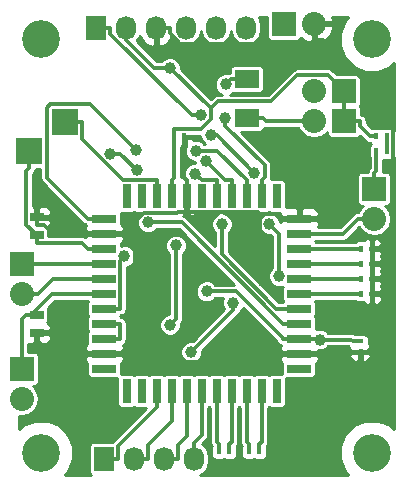
<source format=gtl>
%FSLAX34Y34*%
G04 Gerber Fmt 3.4, Leading zero omitted, Abs format*
G04 (created by PCBNEW (2014-04-07 BZR 4791)-product) date Tue 13 May 2014 05:19:37 PM CEST*
%MOIN*%
G01*
G70*
G90*
G04 APERTURE LIST*
%ADD10C,0.005906*%
%ADD11R,0.015700X0.023600*%
%ADD12R,0.023600X0.015700*%
%ADD13R,0.045000X0.025000*%
%ADD14R,0.080000X0.060000*%
%ADD15R,0.080000X0.080000*%
%ADD16O,0.080000X0.080000*%
%ADD17R,0.088000X0.088000*%
%ADD18R,0.068000X0.080000*%
%ADD19O,0.068000X0.080000*%
%ADD20C,0.126000*%
%ADD21R,0.080000X0.030000*%
%ADD22R,0.030000X0.080000*%
%ADD23C,0.039370*%
%ADD24C,0.011811*%
%ADD25C,0.010000*%
G04 APERTURE END LIST*
G54D10*
G54D11*
X59073Y-40500D03*
X59427Y-40500D03*
X60073Y-40500D03*
X60427Y-40500D03*
G54D12*
X63779Y-36830D03*
X63779Y-37184D03*
G54D11*
X63823Y-35250D03*
X64177Y-35250D03*
X63823Y-34750D03*
X64177Y-34750D03*
X63823Y-34250D03*
X64177Y-34250D03*
X63823Y-33750D03*
X64177Y-33750D03*
X57573Y-30000D03*
X57927Y-30000D03*
G54D13*
X53000Y-33300D03*
X53000Y-32700D03*
X53000Y-35950D03*
X53000Y-36550D03*
G54D14*
X60000Y-29400D03*
X60000Y-28100D03*
G54D15*
X52500Y-34250D03*
G54D16*
X52500Y-35250D03*
G54D15*
X63250Y-29500D03*
G54D16*
X62250Y-29500D03*
G54D15*
X52500Y-37750D03*
G54D16*
X52500Y-38750D03*
G54D17*
X52750Y-30500D03*
G54D18*
X55250Y-40750D03*
G54D19*
X56250Y-40750D03*
X57250Y-40750D03*
X58250Y-40750D03*
G54D18*
X54980Y-26377D03*
G54D19*
X55980Y-26377D03*
X56980Y-26377D03*
X57980Y-26377D03*
X58980Y-26377D03*
X59980Y-26377D03*
G54D15*
X64250Y-31750D03*
G54D16*
X64250Y-32750D03*
G54D17*
X53937Y-29527D03*
G54D15*
X63250Y-28500D03*
G54D16*
X62250Y-28500D03*
G54D15*
X61250Y-26250D03*
G54D16*
X62250Y-26250D03*
G54D20*
X53149Y-26771D03*
X64173Y-40551D03*
X64173Y-26771D03*
X53149Y-40551D03*
G54D11*
X64323Y-30000D03*
X64677Y-30000D03*
X64677Y-30500D03*
X64323Y-30500D03*
G54D21*
X55250Y-35250D03*
X55250Y-35750D03*
X55250Y-36250D03*
X55250Y-36750D03*
X55250Y-37250D03*
X55250Y-37750D03*
G54D22*
X56000Y-38500D03*
X56500Y-38500D03*
X57000Y-38500D03*
X57500Y-38500D03*
X58000Y-38500D03*
X58500Y-38500D03*
X59000Y-38500D03*
X59500Y-38500D03*
X60000Y-38500D03*
X60500Y-38500D03*
X61000Y-38500D03*
G54D21*
X61750Y-37750D03*
X61750Y-37250D03*
X61750Y-36750D03*
X61750Y-36250D03*
X61750Y-35750D03*
X61750Y-35250D03*
X61750Y-34750D03*
X61750Y-34250D03*
X61750Y-33750D03*
X61750Y-33250D03*
X61750Y-32750D03*
G54D22*
X61000Y-32000D03*
X60500Y-32000D03*
X60000Y-32000D03*
X59500Y-32000D03*
X59000Y-32000D03*
X58500Y-32000D03*
X58000Y-32000D03*
X57500Y-32000D03*
X57000Y-32000D03*
X56500Y-32000D03*
X56000Y-32000D03*
G54D21*
X55250Y-32750D03*
X55250Y-33250D03*
X55250Y-33750D03*
X55250Y-34250D03*
X55250Y-34750D03*
G54D23*
X58668Y-35170D03*
X62438Y-36777D03*
X57442Y-27718D03*
X58644Y-30823D03*
X55927Y-34005D03*
X55459Y-30581D03*
X56332Y-31131D03*
X58281Y-31243D03*
X58468Y-29303D03*
X60261Y-31213D03*
X58820Y-29962D03*
X56325Y-30474D03*
X59288Y-29378D03*
X58303Y-30481D03*
X56721Y-32872D03*
X59180Y-32922D03*
X56263Y-35030D03*
X60555Y-34836D03*
X57639Y-33641D03*
X57440Y-36295D03*
X59302Y-28270D03*
X59557Y-35547D03*
X58159Y-37191D03*
X60760Y-32932D03*
X61079Y-34667D03*
G54D24*
X57572Y-31396D02*
X57572Y-30248D01*
X57500Y-31469D02*
X57572Y-31396D01*
X57500Y-32000D02*
X57500Y-31469D01*
X57572Y-30124D02*
X57572Y-30248D01*
X59660Y-35170D02*
X58668Y-35170D01*
X61219Y-36729D02*
X59660Y-35170D01*
X61219Y-36750D02*
X61219Y-36729D01*
X61750Y-36750D02*
X61219Y-36750D01*
X61750Y-36750D02*
X62280Y-36750D01*
X62307Y-36777D02*
X62438Y-36777D01*
X62280Y-36750D02*
X62307Y-36777D01*
X63478Y-36777D02*
X63531Y-36830D01*
X62438Y-36777D02*
X63478Y-36777D01*
X63779Y-36830D02*
X63531Y-36830D01*
X55980Y-26780D02*
X55980Y-26377D01*
X56918Y-27718D02*
X55980Y-26780D01*
X57442Y-27718D02*
X56918Y-27718D01*
X57572Y-30124D02*
X57572Y-30000D01*
X57572Y-30000D02*
X57572Y-29751D01*
X58796Y-29441D02*
X58796Y-29073D01*
X58486Y-29751D02*
X58796Y-29441D01*
X57572Y-29751D02*
X58486Y-29751D01*
X58796Y-29073D02*
X57442Y-27718D01*
X59032Y-28836D02*
X58796Y-29073D01*
X60818Y-28836D02*
X59032Y-28836D01*
X61685Y-27969D02*
X60818Y-28836D01*
X62719Y-27969D02*
X61685Y-27969D01*
X63250Y-28500D02*
X62719Y-27969D01*
X64322Y-30000D02*
X64114Y-30000D01*
X63250Y-28500D02*
X63250Y-29500D01*
X63780Y-29665D02*
X64114Y-30000D01*
X63780Y-29500D02*
X63780Y-29665D01*
X63250Y-29500D02*
X63780Y-29500D01*
X59500Y-32000D02*
X59500Y-31469D01*
X59290Y-31469D02*
X58644Y-30823D01*
X59500Y-31469D02*
X59290Y-31469D01*
X55250Y-35750D02*
X55780Y-35750D01*
X55780Y-34152D02*
X55927Y-34005D01*
X55780Y-35750D02*
X55780Y-34152D01*
X55782Y-30581D02*
X55459Y-30581D01*
X56332Y-31131D02*
X55782Y-30581D01*
X59000Y-32000D02*
X59000Y-31469D01*
X58507Y-31469D02*
X58281Y-31243D01*
X59000Y-31469D02*
X58507Y-31469D01*
X54980Y-26377D02*
X55450Y-26377D01*
X55450Y-26583D02*
X55450Y-26377D01*
X58170Y-29303D02*
X55450Y-26583D01*
X58468Y-29303D02*
X58170Y-29303D01*
X59011Y-29962D02*
X58820Y-29962D01*
X60261Y-31213D02*
X59011Y-29962D01*
X55250Y-32750D02*
X54719Y-32750D01*
X54789Y-28937D02*
X56325Y-30474D01*
X53461Y-28937D02*
X54789Y-28937D01*
X53346Y-29052D02*
X53461Y-28937D01*
X53346Y-31376D02*
X53346Y-29052D01*
X54719Y-32750D02*
X53346Y-31376D01*
X60500Y-32000D02*
X60500Y-31469D01*
X59288Y-29650D02*
X59288Y-29378D01*
X60599Y-30962D02*
X59288Y-29650D01*
X60599Y-31370D02*
X60599Y-30962D01*
X60500Y-31469D02*
X60599Y-31370D01*
X60000Y-32000D02*
X60000Y-31469D01*
X59011Y-30481D02*
X58303Y-30481D01*
X60000Y-31469D02*
X59011Y-30481D01*
X57836Y-32872D02*
X56721Y-32872D01*
X61214Y-36250D02*
X57836Y-32872D01*
X61750Y-36250D02*
X61214Y-36250D01*
X61750Y-35750D02*
X61219Y-35750D01*
X60988Y-35750D02*
X61219Y-35750D01*
X59180Y-33942D02*
X60988Y-35750D01*
X59180Y-32922D02*
X59180Y-33942D01*
X57927Y-30000D02*
X57927Y-30248D01*
X53000Y-32700D02*
X53000Y-32955D01*
X64177Y-34250D02*
X64177Y-34750D01*
X64177Y-34750D02*
X64177Y-35250D01*
X53444Y-37250D02*
X53000Y-36805D01*
X55250Y-37250D02*
X53444Y-37250D01*
X53000Y-36550D02*
X53000Y-36805D01*
X64177Y-34250D02*
X64177Y-33750D01*
X62547Y-26780D02*
X62250Y-26780D01*
X64885Y-29118D02*
X62547Y-26780D01*
X64885Y-33249D02*
X64885Y-29118D01*
X64385Y-33750D02*
X64885Y-33249D01*
X64177Y-33750D02*
X64385Y-33750D01*
X58000Y-31734D02*
X58000Y-31469D01*
X57927Y-31396D02*
X58000Y-31469D01*
X57927Y-30248D02*
X57927Y-31396D01*
X64177Y-37035D02*
X64177Y-35250D01*
X64027Y-37184D02*
X64177Y-37035D01*
X63779Y-37184D02*
X64027Y-37184D01*
X61750Y-32750D02*
X61219Y-32750D01*
X55250Y-37250D02*
X55780Y-37250D01*
X56263Y-36766D02*
X55780Y-37250D01*
X56263Y-35030D02*
X56263Y-36766D01*
X53550Y-33250D02*
X55250Y-33250D01*
X53255Y-32955D02*
X53550Y-33250D01*
X53000Y-32955D02*
X53255Y-32955D01*
X55250Y-33250D02*
X55780Y-33250D01*
X58000Y-31734D02*
X58000Y-32000D01*
X58000Y-32000D02*
X58000Y-32530D01*
X63779Y-37184D02*
X63531Y-37184D01*
X60949Y-37520D02*
X61219Y-37250D01*
X57017Y-37520D02*
X60949Y-37520D01*
X56263Y-36766D02*
X57017Y-37520D01*
X63466Y-37250D02*
X63531Y-37184D01*
X61750Y-37250D02*
X63466Y-37250D01*
X61750Y-37250D02*
X61219Y-37250D01*
X56585Y-32545D02*
X55830Y-33300D01*
X57688Y-32545D02*
X56585Y-32545D01*
X57703Y-32530D02*
X57688Y-32545D01*
X58000Y-32530D02*
X57703Y-32530D01*
X55780Y-33250D02*
X55830Y-33300D01*
X56263Y-33733D02*
X56263Y-35030D01*
X55830Y-33300D02*
X56263Y-33733D01*
X60367Y-32530D02*
X58000Y-32530D01*
X60433Y-32595D02*
X60367Y-32530D01*
X61065Y-32595D02*
X60433Y-32595D01*
X61219Y-32750D02*
X61065Y-32595D01*
X60433Y-34714D02*
X60555Y-34836D01*
X60433Y-32595D02*
X60433Y-34714D01*
X62250Y-26250D02*
X62250Y-26732D01*
X62250Y-26732D02*
X62250Y-26780D01*
X57450Y-26572D02*
X57450Y-26377D01*
X57791Y-26914D02*
X57450Y-26572D01*
X62115Y-26914D02*
X57791Y-26914D01*
X62250Y-26780D02*
X62115Y-26914D01*
X56980Y-26377D02*
X57450Y-26377D01*
X59000Y-40178D02*
X59072Y-40251D01*
X59000Y-38500D02*
X59000Y-40178D01*
X59072Y-40500D02*
X59072Y-40251D01*
X59500Y-40178D02*
X59427Y-40251D01*
X59500Y-38500D02*
X59500Y-40178D01*
X59427Y-40500D02*
X59427Y-40251D01*
X60000Y-40178D02*
X60072Y-40251D01*
X60000Y-38500D02*
X60000Y-40178D01*
X60072Y-40500D02*
X60072Y-40251D01*
X60500Y-40178D02*
X60427Y-40251D01*
X60500Y-38500D02*
X60500Y-40178D01*
X60427Y-40500D02*
X60427Y-40251D01*
X63822Y-35250D02*
X63614Y-35250D01*
X61750Y-35250D02*
X62280Y-35250D01*
X63614Y-35250D02*
X62280Y-35250D01*
X61750Y-34750D02*
X63822Y-34750D01*
X61750Y-34250D02*
X63822Y-34250D01*
X61750Y-33750D02*
X63822Y-33750D01*
X55250Y-34250D02*
X52500Y-34250D01*
X53530Y-34750D02*
X53030Y-35250D01*
X55250Y-34750D02*
X53530Y-34750D01*
X52500Y-35250D02*
X53030Y-35250D01*
X52750Y-30500D02*
X52750Y-31070D01*
X54525Y-33555D02*
X54719Y-33750D01*
X53000Y-33555D02*
X54525Y-33555D01*
X52644Y-32944D02*
X53000Y-33300D01*
X52644Y-31175D02*
X52644Y-32944D01*
X52750Y-31070D02*
X52644Y-31175D01*
X53000Y-33300D02*
X53000Y-33555D01*
X55250Y-33750D02*
X54719Y-33750D01*
X52500Y-36094D02*
X52644Y-35950D01*
X52500Y-37219D02*
X52500Y-36094D01*
X52500Y-37750D02*
X52500Y-37219D01*
X53000Y-35950D02*
X52822Y-35950D01*
X52822Y-35950D02*
X52644Y-35950D01*
X53522Y-35250D02*
X52822Y-35950D01*
X54719Y-35250D02*
X53522Y-35250D01*
X55250Y-35250D02*
X54719Y-35250D01*
X57639Y-36096D02*
X57639Y-33641D01*
X57440Y-36295D02*
X57639Y-36096D01*
X60000Y-29400D02*
X60530Y-29400D01*
X62250Y-29500D02*
X61719Y-29500D01*
X60630Y-29500D02*
X61719Y-29500D01*
X60530Y-29400D02*
X60630Y-29500D01*
X59469Y-28103D02*
X59302Y-28270D01*
X59469Y-28100D02*
X59469Y-28103D01*
X60000Y-28100D02*
X59469Y-28100D01*
X55720Y-40310D02*
X55720Y-40750D01*
X57000Y-39030D02*
X55720Y-40310D01*
X57000Y-38500D02*
X57000Y-39030D01*
X55250Y-40750D02*
X55720Y-40750D01*
X56720Y-40279D02*
X56720Y-40750D01*
X57500Y-39500D02*
X56720Y-40279D01*
X57500Y-38500D02*
X57500Y-39500D01*
X56250Y-40750D02*
X56720Y-40750D01*
X57720Y-40279D02*
X57720Y-40750D01*
X58000Y-40000D02*
X57720Y-40279D01*
X58000Y-38500D02*
X58000Y-40000D01*
X57250Y-40750D02*
X57720Y-40750D01*
X58500Y-39969D02*
X58250Y-40219D01*
X58500Y-38500D02*
X58500Y-39969D01*
X58250Y-40750D02*
X58250Y-40219D01*
X64322Y-31146D02*
X64322Y-30500D01*
X64250Y-31219D02*
X64322Y-31146D01*
X64250Y-31750D02*
X64250Y-31219D01*
X63219Y-33250D02*
X63719Y-32750D01*
X61750Y-33250D02*
X63219Y-33250D01*
X64250Y-32750D02*
X63719Y-32750D01*
X54507Y-30097D02*
X54507Y-29527D01*
X55879Y-31469D02*
X54507Y-30097D01*
X57000Y-31469D02*
X55879Y-31469D01*
X57000Y-32000D02*
X57000Y-31469D01*
X53937Y-29527D02*
X54507Y-29527D01*
X64677Y-30500D02*
X64677Y-30000D01*
X59557Y-35793D02*
X59557Y-35547D01*
X58159Y-37191D02*
X59557Y-35793D01*
X61079Y-33251D02*
X60760Y-32932D01*
X61079Y-34667D02*
X61079Y-33251D01*
X55780Y-36750D02*
X55780Y-36250D01*
X55250Y-36750D02*
X55780Y-36750D01*
X55250Y-36250D02*
X55780Y-36250D01*
G54D10*
G36*
X58595Y-30254D02*
X58592Y-30254D01*
X58510Y-30171D01*
X58376Y-30116D01*
X58255Y-30116D01*
X58255Y-30112D01*
X58193Y-30050D01*
X57966Y-30050D01*
X57966Y-30305D01*
X57976Y-30316D01*
X57938Y-30408D01*
X57938Y-30553D01*
X57993Y-30687D01*
X58096Y-30790D01*
X58230Y-30846D01*
X58279Y-30846D01*
X58279Y-30878D01*
X58209Y-30878D01*
X58074Y-30934D01*
X57972Y-31036D01*
X57916Y-31170D01*
X57916Y-31316D01*
X57949Y-31397D01*
X57949Y-31412D01*
X57887Y-31350D01*
X57800Y-31350D01*
X57800Y-31350D01*
X57800Y-30368D01*
X57825Y-30368D01*
X57887Y-30305D01*
X57887Y-30050D01*
X57869Y-30050D01*
X57869Y-29979D01*
X58455Y-29979D01*
X58455Y-30035D01*
X58511Y-30169D01*
X58595Y-30254D01*
X58595Y-30254D01*
G37*
G54D25*
X58595Y-30254D02*
X58592Y-30254D01*
X58510Y-30171D01*
X58376Y-30116D01*
X58255Y-30116D01*
X58255Y-30112D01*
X58193Y-30050D01*
X57966Y-30050D01*
X57966Y-30305D01*
X57976Y-30316D01*
X57938Y-30408D01*
X57938Y-30553D01*
X57993Y-30687D01*
X58096Y-30790D01*
X58230Y-30846D01*
X58279Y-30846D01*
X58279Y-30878D01*
X58209Y-30878D01*
X58074Y-30934D01*
X57972Y-31036D01*
X57916Y-31170D01*
X57916Y-31316D01*
X57949Y-31397D01*
X57949Y-31412D01*
X57887Y-31350D01*
X57800Y-31350D01*
X57800Y-31350D01*
X57800Y-30368D01*
X57825Y-30368D01*
X57887Y-30305D01*
X57887Y-30050D01*
X57869Y-30050D01*
X57869Y-29979D01*
X58455Y-29979D01*
X58455Y-30035D01*
X58511Y-30169D01*
X58595Y-30254D01*
G54D10*
G36*
X59082Y-32568D02*
X58974Y-32612D01*
X58871Y-32715D01*
X58815Y-32849D01*
X58815Y-32994D01*
X58871Y-33128D01*
X58953Y-33211D01*
X58953Y-33667D01*
X57997Y-32711D01*
X57923Y-32662D01*
X57862Y-32650D01*
X57887Y-32650D01*
X57950Y-32587D01*
X57950Y-32050D01*
X57942Y-32050D01*
X57942Y-31950D01*
X57950Y-31950D01*
X57950Y-31942D01*
X58050Y-31942D01*
X58050Y-31950D01*
X58057Y-31950D01*
X58057Y-32050D01*
X58050Y-32050D01*
X58050Y-32587D01*
X58112Y-32650D01*
X58199Y-32650D01*
X58291Y-32611D01*
X58335Y-32568D01*
X58383Y-32568D01*
X58683Y-32568D01*
X58745Y-32542D01*
X58750Y-32537D01*
X58754Y-32542D01*
X58816Y-32568D01*
X58883Y-32568D01*
X59082Y-32568D01*
X59082Y-32568D01*
G37*
G54D25*
X59082Y-32568D02*
X58974Y-32612D01*
X58871Y-32715D01*
X58815Y-32849D01*
X58815Y-32994D01*
X58871Y-33128D01*
X58953Y-33211D01*
X58953Y-33667D01*
X57997Y-32711D01*
X57923Y-32662D01*
X57862Y-32650D01*
X57887Y-32650D01*
X57950Y-32587D01*
X57950Y-32050D01*
X57942Y-32050D01*
X57942Y-31950D01*
X57950Y-31950D01*
X57950Y-31942D01*
X58050Y-31942D01*
X58050Y-31950D01*
X58057Y-31950D01*
X58057Y-32050D01*
X58050Y-32050D01*
X58050Y-32587D01*
X58112Y-32650D01*
X58199Y-32650D01*
X58291Y-32611D01*
X58335Y-32568D01*
X58383Y-32568D01*
X58683Y-32568D01*
X58745Y-32542D01*
X58750Y-32537D01*
X58754Y-32542D01*
X58816Y-32568D01*
X58883Y-32568D01*
X59082Y-32568D01*
G54D10*
G36*
X61212Y-35500D02*
X61207Y-35504D01*
X61200Y-35522D01*
X61082Y-35522D01*
X59408Y-33848D01*
X59408Y-33211D01*
X59490Y-33129D01*
X59545Y-32995D01*
X59545Y-32850D01*
X59490Y-32715D01*
X59387Y-32613D01*
X59253Y-32557D01*
X59209Y-32557D01*
X59245Y-32542D01*
X59250Y-32537D01*
X59254Y-32542D01*
X59316Y-32568D01*
X59383Y-32568D01*
X59683Y-32568D01*
X59745Y-32542D01*
X59750Y-32537D01*
X59754Y-32542D01*
X59816Y-32568D01*
X59883Y-32568D01*
X60183Y-32568D01*
X60245Y-32542D01*
X60250Y-32537D01*
X60254Y-32542D01*
X60316Y-32568D01*
X60383Y-32568D01*
X60683Y-32568D01*
X60745Y-32542D01*
X60750Y-32537D01*
X60754Y-32542D01*
X60814Y-32567D01*
X60687Y-32567D01*
X60553Y-32622D01*
X60450Y-32725D01*
X60395Y-32859D01*
X60394Y-33004D01*
X60450Y-33138D01*
X60552Y-33241D01*
X60687Y-33297D01*
X60803Y-33297D01*
X60852Y-33345D01*
X60852Y-34378D01*
X60770Y-34460D01*
X60714Y-34594D01*
X60714Y-34739D01*
X60769Y-34873D01*
X60872Y-34976D01*
X61006Y-35032D01*
X61151Y-35032D01*
X61205Y-35010D01*
X61181Y-35066D01*
X61181Y-35133D01*
X61181Y-35433D01*
X61207Y-35495D01*
X61212Y-35500D01*
X61212Y-35500D01*
G37*
G54D25*
X61212Y-35500D02*
X61207Y-35504D01*
X61200Y-35522D01*
X61082Y-35522D01*
X59408Y-33848D01*
X59408Y-33211D01*
X59490Y-33129D01*
X59545Y-32995D01*
X59545Y-32850D01*
X59490Y-32715D01*
X59387Y-32613D01*
X59253Y-32557D01*
X59209Y-32557D01*
X59245Y-32542D01*
X59250Y-32537D01*
X59254Y-32542D01*
X59316Y-32568D01*
X59383Y-32568D01*
X59683Y-32568D01*
X59745Y-32542D01*
X59750Y-32537D01*
X59754Y-32542D01*
X59816Y-32568D01*
X59883Y-32568D01*
X60183Y-32568D01*
X60245Y-32542D01*
X60250Y-32537D01*
X60254Y-32542D01*
X60316Y-32568D01*
X60383Y-32568D01*
X60683Y-32568D01*
X60745Y-32542D01*
X60750Y-32537D01*
X60754Y-32542D01*
X60814Y-32567D01*
X60687Y-32567D01*
X60553Y-32622D01*
X60450Y-32725D01*
X60395Y-32859D01*
X60394Y-33004D01*
X60450Y-33138D01*
X60552Y-33241D01*
X60687Y-33297D01*
X60803Y-33297D01*
X60852Y-33345D01*
X60852Y-34378D01*
X60770Y-34460D01*
X60714Y-34594D01*
X60714Y-34739D01*
X60769Y-34873D01*
X60872Y-34976D01*
X61006Y-35032D01*
X61151Y-35032D01*
X61205Y-35010D01*
X61181Y-35066D01*
X61181Y-35133D01*
X61181Y-35433D01*
X61207Y-35495D01*
X61212Y-35500D01*
G54D10*
G36*
X64138Y-30250D02*
X64101Y-30286D01*
X64076Y-30348D01*
X64076Y-30415D01*
X64076Y-30651D01*
X64095Y-30698D01*
X64095Y-31052D01*
X64089Y-31059D01*
X64040Y-31133D01*
X64030Y-31181D01*
X63816Y-31181D01*
X63754Y-31207D01*
X63707Y-31254D01*
X63681Y-31316D01*
X63681Y-31383D01*
X63681Y-32183D01*
X63707Y-32245D01*
X63754Y-32292D01*
X63816Y-32318D01*
X63876Y-32318D01*
X63848Y-32337D01*
X63725Y-32521D01*
X63724Y-32522D01*
X63719Y-32522D01*
X63633Y-32540D01*
X63559Y-32589D01*
X63559Y-32589D01*
X63125Y-33022D01*
X62369Y-33022D01*
X62400Y-32949D01*
X62400Y-32862D01*
X62400Y-32637D01*
X62400Y-32550D01*
X62361Y-32458D01*
X62291Y-32388D01*
X62199Y-32350D01*
X61862Y-32350D01*
X61800Y-32412D01*
X61800Y-32700D01*
X62337Y-32700D01*
X62400Y-32637D01*
X62400Y-32862D01*
X62337Y-32800D01*
X61800Y-32800D01*
X61800Y-32807D01*
X61700Y-32807D01*
X61700Y-32800D01*
X61162Y-32800D01*
X61118Y-32844D01*
X61069Y-32725D01*
X60967Y-32622D01*
X60834Y-32568D01*
X60883Y-32568D01*
X61100Y-32568D01*
X61100Y-32637D01*
X61162Y-32700D01*
X61700Y-32700D01*
X61700Y-32412D01*
X61637Y-32350D01*
X61318Y-32350D01*
X61318Y-31566D01*
X61292Y-31504D01*
X61245Y-31457D01*
X61183Y-31431D01*
X61116Y-31431D01*
X60816Y-31431D01*
X60814Y-31432D01*
X60827Y-31370D01*
X60827Y-31370D01*
X60827Y-31370D01*
X60827Y-30962D01*
X60827Y-30962D01*
X60827Y-30962D01*
X60809Y-30875D01*
X60760Y-30801D01*
X60760Y-30801D01*
X60760Y-30801D01*
X59826Y-29868D01*
X60433Y-29868D01*
X60495Y-29842D01*
X60542Y-29795D01*
X60568Y-29733D01*
X60568Y-29714D01*
X60630Y-29727D01*
X61719Y-29727D01*
X61720Y-29727D01*
X61837Y-29901D01*
X62021Y-30024D01*
X62238Y-30068D01*
X62261Y-30068D01*
X62478Y-30024D01*
X62662Y-29901D01*
X62681Y-29873D01*
X62681Y-29933D01*
X62707Y-29995D01*
X62754Y-30042D01*
X62816Y-30068D01*
X62883Y-30068D01*
X63683Y-30068D01*
X63745Y-30042D01*
X63790Y-29997D01*
X63953Y-30160D01*
X64027Y-30209D01*
X64114Y-30227D01*
X64114Y-30227D01*
X64114Y-30227D01*
X64115Y-30227D01*
X64138Y-30250D01*
X64138Y-30250D01*
G37*
G54D25*
X64138Y-30250D02*
X64101Y-30286D01*
X64076Y-30348D01*
X64076Y-30415D01*
X64076Y-30651D01*
X64095Y-30698D01*
X64095Y-31052D01*
X64089Y-31059D01*
X64040Y-31133D01*
X64030Y-31181D01*
X63816Y-31181D01*
X63754Y-31207D01*
X63707Y-31254D01*
X63681Y-31316D01*
X63681Y-31383D01*
X63681Y-32183D01*
X63707Y-32245D01*
X63754Y-32292D01*
X63816Y-32318D01*
X63876Y-32318D01*
X63848Y-32337D01*
X63725Y-32521D01*
X63724Y-32522D01*
X63719Y-32522D01*
X63633Y-32540D01*
X63559Y-32589D01*
X63559Y-32589D01*
X63125Y-33022D01*
X62369Y-33022D01*
X62400Y-32949D01*
X62400Y-32862D01*
X62400Y-32637D01*
X62400Y-32550D01*
X62361Y-32458D01*
X62291Y-32388D01*
X62199Y-32350D01*
X61862Y-32350D01*
X61800Y-32412D01*
X61800Y-32700D01*
X62337Y-32700D01*
X62400Y-32637D01*
X62400Y-32862D01*
X62337Y-32800D01*
X61800Y-32800D01*
X61800Y-32807D01*
X61700Y-32807D01*
X61700Y-32800D01*
X61162Y-32800D01*
X61118Y-32844D01*
X61069Y-32725D01*
X60967Y-32622D01*
X60834Y-32568D01*
X60883Y-32568D01*
X61100Y-32568D01*
X61100Y-32637D01*
X61162Y-32700D01*
X61700Y-32700D01*
X61700Y-32412D01*
X61637Y-32350D01*
X61318Y-32350D01*
X61318Y-31566D01*
X61292Y-31504D01*
X61245Y-31457D01*
X61183Y-31431D01*
X61116Y-31431D01*
X60816Y-31431D01*
X60814Y-31432D01*
X60827Y-31370D01*
X60827Y-31370D01*
X60827Y-31370D01*
X60827Y-30962D01*
X60827Y-30962D01*
X60827Y-30962D01*
X60809Y-30875D01*
X60760Y-30801D01*
X60760Y-30801D01*
X60760Y-30801D01*
X59826Y-29868D01*
X60433Y-29868D01*
X60495Y-29842D01*
X60542Y-29795D01*
X60568Y-29733D01*
X60568Y-29714D01*
X60630Y-29727D01*
X61719Y-29727D01*
X61720Y-29727D01*
X61837Y-29901D01*
X62021Y-30024D01*
X62238Y-30068D01*
X62261Y-30068D01*
X62478Y-30024D01*
X62662Y-29901D01*
X62681Y-29873D01*
X62681Y-29933D01*
X62707Y-29995D01*
X62754Y-30042D01*
X62816Y-30068D01*
X62883Y-30068D01*
X63683Y-30068D01*
X63745Y-30042D01*
X63790Y-29997D01*
X63953Y-30160D01*
X64027Y-30209D01*
X64114Y-30227D01*
X64114Y-30227D01*
X64114Y-30227D01*
X64115Y-30227D01*
X64138Y-30250D01*
G54D10*
G36*
X64910Y-29817D02*
X64898Y-29786D01*
X64850Y-29739D01*
X64788Y-29713D01*
X64722Y-29713D01*
X64565Y-29713D01*
X64503Y-29739D01*
X64500Y-29742D01*
X64496Y-29739D01*
X64434Y-29713D01*
X64368Y-29713D01*
X64211Y-29713D01*
X64167Y-29731D01*
X64007Y-29571D01*
X64007Y-29500D01*
X63989Y-29413D01*
X63940Y-29339D01*
X63866Y-29290D01*
X63818Y-29280D01*
X63818Y-29066D01*
X63792Y-29004D01*
X63787Y-29000D01*
X63792Y-28995D01*
X63818Y-28933D01*
X63818Y-28866D01*
X63818Y-28066D01*
X63792Y-28004D01*
X63745Y-27957D01*
X63683Y-27931D01*
X63616Y-27931D01*
X63003Y-27931D01*
X62882Y-27811D01*
X62882Y-26400D01*
X62835Y-26300D01*
X62300Y-26300D01*
X62300Y-26835D01*
X62400Y-26882D01*
X62631Y-26776D01*
X62803Y-26590D01*
X62882Y-26400D01*
X62882Y-27811D01*
X62880Y-27809D01*
X62806Y-27760D01*
X62719Y-27742D01*
X62719Y-27742D01*
X61685Y-27742D01*
X61598Y-27760D01*
X61568Y-27779D01*
X61524Y-27809D01*
X61524Y-27809D01*
X60724Y-28609D01*
X59438Y-28609D01*
X59509Y-28580D01*
X59534Y-28554D01*
X59566Y-28568D01*
X59633Y-28568D01*
X60433Y-28568D01*
X60495Y-28542D01*
X60542Y-28495D01*
X60568Y-28433D01*
X60568Y-28366D01*
X60568Y-27766D01*
X60542Y-27704D01*
X60495Y-27657D01*
X60433Y-27631D01*
X60366Y-27631D01*
X59566Y-27631D01*
X59504Y-27657D01*
X59457Y-27704D01*
X59431Y-27766D01*
X59431Y-27833D01*
X59431Y-27880D01*
X59383Y-27890D01*
X59359Y-27905D01*
X59230Y-27905D01*
X59096Y-27961D01*
X58993Y-28063D01*
X58938Y-28197D01*
X58937Y-28342D01*
X58993Y-28477D01*
X59095Y-28579D01*
X59167Y-28609D01*
X59032Y-28609D01*
X59032Y-28609D01*
X58945Y-28626D01*
X58871Y-28676D01*
X58871Y-28676D01*
X58796Y-28751D01*
X57806Y-27762D01*
X57807Y-27646D01*
X57751Y-27512D01*
X57649Y-27409D01*
X57514Y-27353D01*
X57369Y-27353D01*
X57235Y-27409D01*
X57153Y-27491D01*
X57012Y-27491D01*
X56333Y-26812D01*
X56339Y-26808D01*
X56442Y-26654D01*
X56471Y-26737D01*
X56625Y-26909D01*
X56832Y-27009D01*
X56838Y-27010D01*
X56930Y-26963D01*
X56930Y-26427D01*
X56922Y-26427D01*
X56922Y-26327D01*
X56930Y-26327D01*
X56930Y-26320D01*
X57030Y-26320D01*
X57030Y-26327D01*
X57038Y-26327D01*
X57038Y-26427D01*
X57030Y-26427D01*
X57030Y-26963D01*
X57121Y-27010D01*
X57127Y-27009D01*
X57335Y-26909D01*
X57488Y-26737D01*
X57518Y-26654D01*
X57621Y-26808D01*
X57785Y-26918D01*
X57980Y-26957D01*
X58174Y-26918D01*
X58339Y-26808D01*
X58449Y-26643D01*
X58480Y-26489D01*
X58510Y-26643D01*
X58621Y-26808D01*
X58785Y-26918D01*
X58980Y-26957D01*
X59174Y-26918D01*
X59339Y-26808D01*
X59449Y-26643D01*
X59480Y-26489D01*
X59510Y-26643D01*
X59621Y-26808D01*
X59785Y-26918D01*
X59980Y-26957D01*
X60174Y-26918D01*
X60339Y-26808D01*
X60449Y-26643D01*
X60488Y-26449D01*
X60488Y-26306D01*
X60449Y-26112D01*
X60397Y-26034D01*
X60681Y-26034D01*
X60681Y-26683D01*
X60707Y-26745D01*
X60754Y-26792D01*
X60816Y-26818D01*
X60883Y-26818D01*
X61683Y-26818D01*
X61745Y-26792D01*
X61792Y-26745D01*
X61807Y-26709D01*
X61868Y-26776D01*
X62099Y-26882D01*
X62200Y-26835D01*
X62200Y-26300D01*
X62192Y-26300D01*
X62192Y-26200D01*
X62200Y-26200D01*
X62200Y-26192D01*
X62300Y-26192D01*
X62300Y-26200D01*
X62835Y-26200D01*
X62882Y-26099D01*
X62855Y-26034D01*
X63391Y-26034D01*
X63263Y-26162D01*
X63099Y-26557D01*
X63099Y-26984D01*
X63262Y-27379D01*
X63564Y-27681D01*
X63958Y-27845D01*
X64385Y-27845D01*
X64780Y-27682D01*
X64910Y-27553D01*
X64910Y-29817D01*
X64910Y-29817D01*
G37*
G54D25*
X64910Y-29817D02*
X64898Y-29786D01*
X64850Y-29739D01*
X64788Y-29713D01*
X64722Y-29713D01*
X64565Y-29713D01*
X64503Y-29739D01*
X64500Y-29742D01*
X64496Y-29739D01*
X64434Y-29713D01*
X64368Y-29713D01*
X64211Y-29713D01*
X64167Y-29731D01*
X64007Y-29571D01*
X64007Y-29500D01*
X63989Y-29413D01*
X63940Y-29339D01*
X63866Y-29290D01*
X63818Y-29280D01*
X63818Y-29066D01*
X63792Y-29004D01*
X63787Y-29000D01*
X63792Y-28995D01*
X63818Y-28933D01*
X63818Y-28866D01*
X63818Y-28066D01*
X63792Y-28004D01*
X63745Y-27957D01*
X63683Y-27931D01*
X63616Y-27931D01*
X63003Y-27931D01*
X62882Y-27811D01*
X62882Y-26400D01*
X62835Y-26300D01*
X62300Y-26300D01*
X62300Y-26835D01*
X62400Y-26882D01*
X62631Y-26776D01*
X62803Y-26590D01*
X62882Y-26400D01*
X62882Y-27811D01*
X62880Y-27809D01*
X62806Y-27760D01*
X62719Y-27742D01*
X62719Y-27742D01*
X61685Y-27742D01*
X61598Y-27760D01*
X61568Y-27779D01*
X61524Y-27809D01*
X61524Y-27809D01*
X60724Y-28609D01*
X59438Y-28609D01*
X59509Y-28580D01*
X59534Y-28554D01*
X59566Y-28568D01*
X59633Y-28568D01*
X60433Y-28568D01*
X60495Y-28542D01*
X60542Y-28495D01*
X60568Y-28433D01*
X60568Y-28366D01*
X60568Y-27766D01*
X60542Y-27704D01*
X60495Y-27657D01*
X60433Y-27631D01*
X60366Y-27631D01*
X59566Y-27631D01*
X59504Y-27657D01*
X59457Y-27704D01*
X59431Y-27766D01*
X59431Y-27833D01*
X59431Y-27880D01*
X59383Y-27890D01*
X59359Y-27905D01*
X59230Y-27905D01*
X59096Y-27961D01*
X58993Y-28063D01*
X58938Y-28197D01*
X58937Y-28342D01*
X58993Y-28477D01*
X59095Y-28579D01*
X59167Y-28609D01*
X59032Y-28609D01*
X59032Y-28609D01*
X58945Y-28626D01*
X58871Y-28676D01*
X58871Y-28676D01*
X58796Y-28751D01*
X57806Y-27762D01*
X57807Y-27646D01*
X57751Y-27512D01*
X57649Y-27409D01*
X57514Y-27353D01*
X57369Y-27353D01*
X57235Y-27409D01*
X57153Y-27491D01*
X57012Y-27491D01*
X56333Y-26812D01*
X56339Y-26808D01*
X56442Y-26654D01*
X56471Y-26737D01*
X56625Y-26909D01*
X56832Y-27009D01*
X56838Y-27010D01*
X56930Y-26963D01*
X56930Y-26427D01*
X56922Y-26427D01*
X56922Y-26327D01*
X56930Y-26327D01*
X56930Y-26320D01*
X57030Y-26320D01*
X57030Y-26327D01*
X57038Y-26327D01*
X57038Y-26427D01*
X57030Y-26427D01*
X57030Y-26963D01*
X57121Y-27010D01*
X57127Y-27009D01*
X57335Y-26909D01*
X57488Y-26737D01*
X57518Y-26654D01*
X57621Y-26808D01*
X57785Y-26918D01*
X57980Y-26957D01*
X58174Y-26918D01*
X58339Y-26808D01*
X58449Y-26643D01*
X58480Y-26489D01*
X58510Y-26643D01*
X58621Y-26808D01*
X58785Y-26918D01*
X58980Y-26957D01*
X59174Y-26918D01*
X59339Y-26808D01*
X59449Y-26643D01*
X59480Y-26489D01*
X59510Y-26643D01*
X59621Y-26808D01*
X59785Y-26918D01*
X59980Y-26957D01*
X60174Y-26918D01*
X60339Y-26808D01*
X60449Y-26643D01*
X60488Y-26449D01*
X60488Y-26306D01*
X60449Y-26112D01*
X60397Y-26034D01*
X60681Y-26034D01*
X60681Y-26683D01*
X60707Y-26745D01*
X60754Y-26792D01*
X60816Y-26818D01*
X60883Y-26818D01*
X61683Y-26818D01*
X61745Y-26792D01*
X61792Y-26745D01*
X61807Y-26709D01*
X61868Y-26776D01*
X62099Y-26882D01*
X62200Y-26835D01*
X62200Y-26300D01*
X62192Y-26300D01*
X62192Y-26200D01*
X62200Y-26200D01*
X62200Y-26192D01*
X62300Y-26192D01*
X62300Y-26200D01*
X62835Y-26200D01*
X62882Y-26099D01*
X62855Y-26034D01*
X63391Y-26034D01*
X63263Y-26162D01*
X63099Y-26557D01*
X63099Y-26984D01*
X63262Y-27379D01*
X63564Y-27681D01*
X63958Y-27845D01*
X64385Y-27845D01*
X64780Y-27682D01*
X64910Y-27553D01*
X64910Y-29817D01*
G54D10*
G36*
X64910Y-39769D02*
X64782Y-39641D01*
X64505Y-39526D01*
X64505Y-35417D01*
X64505Y-35362D01*
X64505Y-35137D01*
X64505Y-35082D01*
X64471Y-35000D01*
X64505Y-34917D01*
X64505Y-34862D01*
X64505Y-34637D01*
X64505Y-34582D01*
X64471Y-34500D01*
X64505Y-34417D01*
X64505Y-34362D01*
X64505Y-34137D01*
X64505Y-34082D01*
X64471Y-34000D01*
X64505Y-33917D01*
X64505Y-33862D01*
X64505Y-33637D01*
X64505Y-33582D01*
X64467Y-33490D01*
X64397Y-33420D01*
X64305Y-33382D01*
X64278Y-33382D01*
X64216Y-33444D01*
X64216Y-33700D01*
X64443Y-33700D01*
X64505Y-33637D01*
X64505Y-33862D01*
X64443Y-33800D01*
X64216Y-33800D01*
X64216Y-33944D01*
X64216Y-34055D01*
X64216Y-34200D01*
X64443Y-34200D01*
X64505Y-34137D01*
X64505Y-34362D01*
X64443Y-34300D01*
X64216Y-34300D01*
X64216Y-34444D01*
X64216Y-34555D01*
X64216Y-34700D01*
X64443Y-34700D01*
X64505Y-34637D01*
X64505Y-34862D01*
X64443Y-34800D01*
X64216Y-34800D01*
X64216Y-34944D01*
X64216Y-35055D01*
X64216Y-35200D01*
X64443Y-35200D01*
X64505Y-35137D01*
X64505Y-35362D01*
X64443Y-35300D01*
X64216Y-35300D01*
X64216Y-35555D01*
X64278Y-35618D01*
X64305Y-35618D01*
X64397Y-35579D01*
X64467Y-35509D01*
X64505Y-35417D01*
X64505Y-39526D01*
X64387Y-39477D01*
X64147Y-39477D01*
X64147Y-37313D01*
X64147Y-37286D01*
X64085Y-37224D01*
X63829Y-37224D01*
X63829Y-37450D01*
X63892Y-37513D01*
X63947Y-37513D01*
X64039Y-37475D01*
X64109Y-37404D01*
X64147Y-37313D01*
X64147Y-39477D01*
X63960Y-39476D01*
X63729Y-39572D01*
X63729Y-37450D01*
X63729Y-37224D01*
X63474Y-37224D01*
X63411Y-37286D01*
X63411Y-37313D01*
X63449Y-37404D01*
X63519Y-37475D01*
X63611Y-37513D01*
X63667Y-37513D01*
X63729Y-37450D01*
X63729Y-39572D01*
X63565Y-39640D01*
X63263Y-39942D01*
X63099Y-40336D01*
X63099Y-40763D01*
X63262Y-41158D01*
X63391Y-41288D01*
X58447Y-41288D01*
X58609Y-41180D01*
X58719Y-41015D01*
X58758Y-40821D01*
X58758Y-40678D01*
X58719Y-40484D01*
X58609Y-40319D01*
X58526Y-40264D01*
X58660Y-40130D01*
X58660Y-40130D01*
X58660Y-40130D01*
X58709Y-40056D01*
X58727Y-39969D01*
X58727Y-39969D01*
X58727Y-39969D01*
X58727Y-39049D01*
X58745Y-39042D01*
X58750Y-39037D01*
X58754Y-39042D01*
X58772Y-39049D01*
X58772Y-40178D01*
X58772Y-40178D01*
X58790Y-40265D01*
X58833Y-40331D01*
X58826Y-40348D01*
X58826Y-40415D01*
X58826Y-40651D01*
X58851Y-40713D01*
X58899Y-40760D01*
X58961Y-40786D01*
X59027Y-40786D01*
X59184Y-40786D01*
X59246Y-40760D01*
X59250Y-40757D01*
X59253Y-40760D01*
X59315Y-40786D01*
X59381Y-40786D01*
X59538Y-40786D01*
X59600Y-40760D01*
X59648Y-40713D01*
X59673Y-40651D01*
X59673Y-40584D01*
X59673Y-40348D01*
X59666Y-40331D01*
X59666Y-40331D01*
X59709Y-40265D01*
X59727Y-40178D01*
X59727Y-39049D01*
X59745Y-39042D01*
X59750Y-39037D01*
X59754Y-39042D01*
X59772Y-39049D01*
X59772Y-40178D01*
X59772Y-40178D01*
X59790Y-40265D01*
X59833Y-40331D01*
X59826Y-40348D01*
X59826Y-40415D01*
X59826Y-40651D01*
X59851Y-40713D01*
X59899Y-40760D01*
X59961Y-40786D01*
X60027Y-40786D01*
X60184Y-40786D01*
X60246Y-40760D01*
X60250Y-40757D01*
X60253Y-40760D01*
X60315Y-40786D01*
X60381Y-40786D01*
X60538Y-40786D01*
X60600Y-40760D01*
X60648Y-40713D01*
X60673Y-40651D01*
X60673Y-40584D01*
X60673Y-40348D01*
X60666Y-40331D01*
X60666Y-40331D01*
X60709Y-40265D01*
X60727Y-40178D01*
X60727Y-39049D01*
X60745Y-39042D01*
X60750Y-39037D01*
X60754Y-39042D01*
X60816Y-39068D01*
X60883Y-39068D01*
X61183Y-39068D01*
X61245Y-39042D01*
X61292Y-38995D01*
X61318Y-38933D01*
X61318Y-38866D01*
X61318Y-38068D01*
X61383Y-38068D01*
X62183Y-38068D01*
X62245Y-38042D01*
X62292Y-37995D01*
X62318Y-37933D01*
X62318Y-37866D01*
X62318Y-37585D01*
X62361Y-37541D01*
X62400Y-37449D01*
X62400Y-37362D01*
X62337Y-37300D01*
X61800Y-37300D01*
X61800Y-37307D01*
X61700Y-37307D01*
X61700Y-37300D01*
X61162Y-37300D01*
X61100Y-37362D01*
X61100Y-37449D01*
X61138Y-37541D01*
X61181Y-37585D01*
X61181Y-37633D01*
X61181Y-37931D01*
X61116Y-37931D01*
X60816Y-37931D01*
X60754Y-37957D01*
X60750Y-37962D01*
X60745Y-37957D01*
X60683Y-37931D01*
X60616Y-37931D01*
X60316Y-37931D01*
X60254Y-37957D01*
X60250Y-37962D01*
X60245Y-37957D01*
X60183Y-37931D01*
X60116Y-37931D01*
X59816Y-37931D01*
X59754Y-37957D01*
X59750Y-37962D01*
X59745Y-37957D01*
X59683Y-37931D01*
X59616Y-37931D01*
X59316Y-37931D01*
X59254Y-37957D01*
X59250Y-37962D01*
X59245Y-37957D01*
X59183Y-37931D01*
X59116Y-37931D01*
X58816Y-37931D01*
X58754Y-37957D01*
X58750Y-37962D01*
X58745Y-37957D01*
X58683Y-37931D01*
X58616Y-37931D01*
X58316Y-37931D01*
X58254Y-37957D01*
X58250Y-37962D01*
X58245Y-37957D01*
X58183Y-37931D01*
X58116Y-37931D01*
X57816Y-37931D01*
X57754Y-37957D01*
X57750Y-37962D01*
X57745Y-37957D01*
X57683Y-37931D01*
X57616Y-37931D01*
X57316Y-37931D01*
X57254Y-37957D01*
X57250Y-37962D01*
X57245Y-37957D01*
X57183Y-37931D01*
X57116Y-37931D01*
X56816Y-37931D01*
X56754Y-37957D01*
X56750Y-37962D01*
X56745Y-37957D01*
X56683Y-37931D01*
X56616Y-37931D01*
X56316Y-37931D01*
X56254Y-37957D01*
X56250Y-37962D01*
X56245Y-37957D01*
X56183Y-37931D01*
X56116Y-37931D01*
X55818Y-37931D01*
X55818Y-37866D01*
X55818Y-37585D01*
X55861Y-37541D01*
X55900Y-37449D01*
X55900Y-37362D01*
X55837Y-37300D01*
X55300Y-37300D01*
X55300Y-37307D01*
X55200Y-37307D01*
X55200Y-37300D01*
X54662Y-37300D01*
X54600Y-37362D01*
X54600Y-37449D01*
X54638Y-37541D01*
X54681Y-37585D01*
X54681Y-37633D01*
X54681Y-37933D01*
X54707Y-37995D01*
X54754Y-38042D01*
X54816Y-38068D01*
X54883Y-38068D01*
X55681Y-38068D01*
X55681Y-38133D01*
X55681Y-38933D01*
X55707Y-38995D01*
X55754Y-39042D01*
X55816Y-39068D01*
X55883Y-39068D01*
X56183Y-39068D01*
X56245Y-39042D01*
X56250Y-39037D01*
X56254Y-39042D01*
X56316Y-39068D01*
X56383Y-39068D01*
X56640Y-39068D01*
X55559Y-40149D01*
X55537Y-40181D01*
X54876Y-40181D01*
X54814Y-40207D01*
X54767Y-40254D01*
X54741Y-40316D01*
X54741Y-40383D01*
X54741Y-41183D01*
X54767Y-41245D01*
X54810Y-41288D01*
X53931Y-41288D01*
X54059Y-41160D01*
X54223Y-40765D01*
X54223Y-40338D01*
X54060Y-39943D01*
X53758Y-39641D01*
X53475Y-39523D01*
X53475Y-36724D01*
X53475Y-36662D01*
X53412Y-36600D01*
X53050Y-36600D01*
X53050Y-36862D01*
X53112Y-36925D01*
X53175Y-36925D01*
X53274Y-36925D01*
X53366Y-36886D01*
X53436Y-36816D01*
X53475Y-36724D01*
X53475Y-39523D01*
X53364Y-39477D01*
X52936Y-39476D01*
X52542Y-39640D01*
X52412Y-39769D01*
X52412Y-39311D01*
X52500Y-39329D01*
X52717Y-39285D01*
X52901Y-39162D01*
X53024Y-38978D01*
X53068Y-38761D01*
X53068Y-38738D01*
X53024Y-38521D01*
X52901Y-38337D01*
X52873Y-38318D01*
X52933Y-38318D01*
X52995Y-38292D01*
X53042Y-38245D01*
X53068Y-38183D01*
X53068Y-38116D01*
X53068Y-37316D01*
X53042Y-37254D01*
X52995Y-37207D01*
X52933Y-37181D01*
X52866Y-37181D01*
X52727Y-37181D01*
X52727Y-36925D01*
X52824Y-36925D01*
X52887Y-36925D01*
X52950Y-36862D01*
X52950Y-36600D01*
X52942Y-36600D01*
X52942Y-36500D01*
X52950Y-36500D01*
X52950Y-36492D01*
X53050Y-36492D01*
X53050Y-36500D01*
X53412Y-36500D01*
X53475Y-36437D01*
X53475Y-36375D01*
X53436Y-36283D01*
X53366Y-36213D01*
X53336Y-36200D01*
X53367Y-36170D01*
X53393Y-36108D01*
X53393Y-36041D01*
X53393Y-35791D01*
X53367Y-35729D01*
X53365Y-35727D01*
X53616Y-35477D01*
X54700Y-35477D01*
X54707Y-35495D01*
X54712Y-35500D01*
X54707Y-35504D01*
X54681Y-35566D01*
X54681Y-35633D01*
X54681Y-35933D01*
X54707Y-35995D01*
X54712Y-36000D01*
X54707Y-36004D01*
X54681Y-36066D01*
X54681Y-36133D01*
X54681Y-36433D01*
X54707Y-36495D01*
X54712Y-36500D01*
X54707Y-36504D01*
X54681Y-36566D01*
X54681Y-36633D01*
X54681Y-36914D01*
X54638Y-36958D01*
X54600Y-37050D01*
X54600Y-37137D01*
X54662Y-37200D01*
X55200Y-37200D01*
X55200Y-37192D01*
X55300Y-37192D01*
X55300Y-37200D01*
X55837Y-37200D01*
X55900Y-37137D01*
X55900Y-37050D01*
X55862Y-36960D01*
X55866Y-36959D01*
X55940Y-36910D01*
X55989Y-36836D01*
X56007Y-36750D01*
X56007Y-36250D01*
X55989Y-36163D01*
X55940Y-36089D01*
X55866Y-36040D01*
X55801Y-36027D01*
X55792Y-36004D01*
X55787Y-36000D01*
X55792Y-35995D01*
X55801Y-35972D01*
X55866Y-35959D01*
X55940Y-35910D01*
X55989Y-35836D01*
X56007Y-35750D01*
X56007Y-34367D01*
X56134Y-34314D01*
X56236Y-34212D01*
X56292Y-34078D01*
X56292Y-33933D01*
X56237Y-33798D01*
X56134Y-33696D01*
X56000Y-33640D01*
X55855Y-33640D01*
X55818Y-33655D01*
X55818Y-33585D01*
X55861Y-33541D01*
X55900Y-33449D01*
X55900Y-33362D01*
X55837Y-33300D01*
X55300Y-33300D01*
X55300Y-33307D01*
X55200Y-33307D01*
X55200Y-33300D01*
X54662Y-33300D01*
X54615Y-33347D01*
X54611Y-33345D01*
X54525Y-33327D01*
X54524Y-33327D01*
X53393Y-33327D01*
X53393Y-33141D01*
X53367Y-33079D01*
X53336Y-33049D01*
X53366Y-33036D01*
X53436Y-32966D01*
X53475Y-32874D01*
X53475Y-32812D01*
X53475Y-32587D01*
X53475Y-32525D01*
X53436Y-32433D01*
X53366Y-32363D01*
X53274Y-32325D01*
X53175Y-32325D01*
X53112Y-32325D01*
X53050Y-32387D01*
X53050Y-32650D01*
X53412Y-32650D01*
X53475Y-32587D01*
X53475Y-32812D01*
X53412Y-32750D01*
X53050Y-32750D01*
X53050Y-32757D01*
X52950Y-32757D01*
X52950Y-32750D01*
X52942Y-32750D01*
X52942Y-32650D01*
X52950Y-32650D01*
X52950Y-32387D01*
X52887Y-32325D01*
X52872Y-32325D01*
X52872Y-31269D01*
X52910Y-31230D01*
X52910Y-31230D01*
X52910Y-31230D01*
X52959Y-31156D01*
X52969Y-31108D01*
X53119Y-31108D01*
X53119Y-31376D01*
X53119Y-31376D01*
X53136Y-31463D01*
X53185Y-31536D01*
X54559Y-32910D01*
X54559Y-32910D01*
X54603Y-32940D01*
X54633Y-32959D01*
X54633Y-32959D01*
X54637Y-32960D01*
X54600Y-33050D01*
X54600Y-33137D01*
X54662Y-33200D01*
X55200Y-33200D01*
X55200Y-33192D01*
X55300Y-33192D01*
X55300Y-33200D01*
X55837Y-33200D01*
X55900Y-33137D01*
X55900Y-33050D01*
X55861Y-32958D01*
X55818Y-32914D01*
X55818Y-32866D01*
X55818Y-32568D01*
X55883Y-32568D01*
X56183Y-32568D01*
X56245Y-32542D01*
X56250Y-32537D01*
X56254Y-32542D01*
X56316Y-32568D01*
X56383Y-32568D01*
X56509Y-32568D01*
X56412Y-32665D01*
X56356Y-32799D01*
X56356Y-32944D01*
X56411Y-33078D01*
X56514Y-33181D01*
X56648Y-33236D01*
X56793Y-33237D01*
X56927Y-33181D01*
X57010Y-33099D01*
X57742Y-33099D01*
X59586Y-34943D01*
X58957Y-34943D01*
X58875Y-34861D01*
X58741Y-34805D01*
X58596Y-34805D01*
X58462Y-34860D01*
X58359Y-34963D01*
X58303Y-35097D01*
X58303Y-35242D01*
X58359Y-35376D01*
X58461Y-35479D01*
X58595Y-35535D01*
X58740Y-35535D01*
X58875Y-35479D01*
X58957Y-35397D01*
X59224Y-35397D01*
X59192Y-35474D01*
X59192Y-35619D01*
X59247Y-35753D01*
X59261Y-35767D01*
X58202Y-36826D01*
X58086Y-36826D01*
X58004Y-36860D01*
X58004Y-33568D01*
X57948Y-33434D01*
X57846Y-33331D01*
X57712Y-33276D01*
X57567Y-33276D01*
X57432Y-33331D01*
X57330Y-33434D01*
X57274Y-33568D01*
X57274Y-33713D01*
X57329Y-33847D01*
X57412Y-33930D01*
X57412Y-35930D01*
X57367Y-35930D01*
X57233Y-35985D01*
X57131Y-36088D01*
X57075Y-36222D01*
X57075Y-36367D01*
X57130Y-36501D01*
X57233Y-36604D01*
X57367Y-36660D01*
X57512Y-36660D01*
X57646Y-36604D01*
X57749Y-36502D01*
X57805Y-36368D01*
X57805Y-36248D01*
X57849Y-36183D01*
X57866Y-36096D01*
X57866Y-33930D01*
X57948Y-33848D01*
X58004Y-33714D01*
X58004Y-33568D01*
X58004Y-36860D01*
X57952Y-36882D01*
X57849Y-36984D01*
X57794Y-37118D01*
X57794Y-37264D01*
X57849Y-37398D01*
X57952Y-37500D01*
X58086Y-37556D01*
X58231Y-37556D01*
X58365Y-37501D01*
X58468Y-37398D01*
X58524Y-37264D01*
X58524Y-37147D01*
X59718Y-35954D01*
X59718Y-35954D01*
X59718Y-35954D01*
X59767Y-35880D01*
X59774Y-35846D01*
X59866Y-35754D01*
X59883Y-35714D01*
X61017Y-36848D01*
X61059Y-36910D01*
X61133Y-36959D01*
X61137Y-36960D01*
X61100Y-37050D01*
X61100Y-37137D01*
X61162Y-37200D01*
X61700Y-37200D01*
X61700Y-37192D01*
X61800Y-37192D01*
X61800Y-37200D01*
X62337Y-37200D01*
X62394Y-37142D01*
X62400Y-37142D01*
X62510Y-37142D01*
X62644Y-37087D01*
X62727Y-37005D01*
X63391Y-37005D01*
X63423Y-37026D01*
X63411Y-37056D01*
X63411Y-37083D01*
X63474Y-37145D01*
X63729Y-37145D01*
X63729Y-37127D01*
X63829Y-37127D01*
X63829Y-37145D01*
X64085Y-37145D01*
X64147Y-37083D01*
X64147Y-37056D01*
X64109Y-36964D01*
X64065Y-36920D01*
X64065Y-36875D01*
X64065Y-36718D01*
X64040Y-36657D01*
X63992Y-36609D01*
X63930Y-36584D01*
X63864Y-36584D01*
X63628Y-36584D01*
X63604Y-36594D01*
X63565Y-36568D01*
X63478Y-36550D01*
X63478Y-36550D01*
X62727Y-36550D01*
X62645Y-36468D01*
X62511Y-36412D01*
X62366Y-36412D01*
X62318Y-36432D01*
X62318Y-36366D01*
X62318Y-36066D01*
X62292Y-36004D01*
X62287Y-36000D01*
X62292Y-35995D01*
X62318Y-35933D01*
X62318Y-35866D01*
X62318Y-35566D01*
X62292Y-35504D01*
X62287Y-35500D01*
X62292Y-35495D01*
X62299Y-35477D01*
X63614Y-35477D01*
X63615Y-35477D01*
X63649Y-35510D01*
X63711Y-35536D01*
X63777Y-35536D01*
X63913Y-35536D01*
X63956Y-35579D01*
X64048Y-35618D01*
X64075Y-35618D01*
X64137Y-35555D01*
X64137Y-35300D01*
X64119Y-35300D01*
X64119Y-35200D01*
X64137Y-35200D01*
X64137Y-35055D01*
X64137Y-34944D01*
X64137Y-34800D01*
X64119Y-34800D01*
X64119Y-34700D01*
X64137Y-34700D01*
X64137Y-34555D01*
X64137Y-34444D01*
X64137Y-34300D01*
X64119Y-34300D01*
X64119Y-34200D01*
X64137Y-34200D01*
X64137Y-34055D01*
X64137Y-33944D01*
X64137Y-33800D01*
X64119Y-33800D01*
X64119Y-33700D01*
X64137Y-33700D01*
X64137Y-33444D01*
X64075Y-33382D01*
X64048Y-33382D01*
X63956Y-33420D01*
X63913Y-33463D01*
X63868Y-33463D01*
X63711Y-33463D01*
X63649Y-33489D01*
X63615Y-33522D01*
X62299Y-33522D01*
X62292Y-33504D01*
X62287Y-33500D01*
X62292Y-33495D01*
X62299Y-33477D01*
X63219Y-33477D01*
X63219Y-33477D01*
X63219Y-33477D01*
X63306Y-33459D01*
X63380Y-33410D01*
X63760Y-33031D01*
X63848Y-33162D01*
X64032Y-33285D01*
X64250Y-33329D01*
X64467Y-33285D01*
X64651Y-33162D01*
X64774Y-32978D01*
X64818Y-32761D01*
X64818Y-32738D01*
X64774Y-32521D01*
X64651Y-32337D01*
X64623Y-32318D01*
X64683Y-32318D01*
X64745Y-32292D01*
X64792Y-32245D01*
X64818Y-32183D01*
X64818Y-32116D01*
X64818Y-31316D01*
X64792Y-31254D01*
X64745Y-31207D01*
X64683Y-31181D01*
X64616Y-31181D01*
X64543Y-31181D01*
X64550Y-31146D01*
X64550Y-30779D01*
X64565Y-30786D01*
X64631Y-30786D01*
X64788Y-30786D01*
X64850Y-30760D01*
X64898Y-30713D01*
X64910Y-30682D01*
X64910Y-39769D01*
X64910Y-39769D01*
G37*
G54D25*
X64910Y-39769D02*
X64782Y-39641D01*
X64505Y-39526D01*
X64505Y-35417D01*
X64505Y-35362D01*
X64505Y-35137D01*
X64505Y-35082D01*
X64471Y-35000D01*
X64505Y-34917D01*
X64505Y-34862D01*
X64505Y-34637D01*
X64505Y-34582D01*
X64471Y-34500D01*
X64505Y-34417D01*
X64505Y-34362D01*
X64505Y-34137D01*
X64505Y-34082D01*
X64471Y-34000D01*
X64505Y-33917D01*
X64505Y-33862D01*
X64505Y-33637D01*
X64505Y-33582D01*
X64467Y-33490D01*
X64397Y-33420D01*
X64305Y-33382D01*
X64278Y-33382D01*
X64216Y-33444D01*
X64216Y-33700D01*
X64443Y-33700D01*
X64505Y-33637D01*
X64505Y-33862D01*
X64443Y-33800D01*
X64216Y-33800D01*
X64216Y-33944D01*
X64216Y-34055D01*
X64216Y-34200D01*
X64443Y-34200D01*
X64505Y-34137D01*
X64505Y-34362D01*
X64443Y-34300D01*
X64216Y-34300D01*
X64216Y-34444D01*
X64216Y-34555D01*
X64216Y-34700D01*
X64443Y-34700D01*
X64505Y-34637D01*
X64505Y-34862D01*
X64443Y-34800D01*
X64216Y-34800D01*
X64216Y-34944D01*
X64216Y-35055D01*
X64216Y-35200D01*
X64443Y-35200D01*
X64505Y-35137D01*
X64505Y-35362D01*
X64443Y-35300D01*
X64216Y-35300D01*
X64216Y-35555D01*
X64278Y-35618D01*
X64305Y-35618D01*
X64397Y-35579D01*
X64467Y-35509D01*
X64505Y-35417D01*
X64505Y-39526D01*
X64387Y-39477D01*
X64147Y-39477D01*
X64147Y-37313D01*
X64147Y-37286D01*
X64085Y-37224D01*
X63829Y-37224D01*
X63829Y-37450D01*
X63892Y-37513D01*
X63947Y-37513D01*
X64039Y-37475D01*
X64109Y-37404D01*
X64147Y-37313D01*
X64147Y-39477D01*
X63960Y-39476D01*
X63729Y-39572D01*
X63729Y-37450D01*
X63729Y-37224D01*
X63474Y-37224D01*
X63411Y-37286D01*
X63411Y-37313D01*
X63449Y-37404D01*
X63519Y-37475D01*
X63611Y-37513D01*
X63667Y-37513D01*
X63729Y-37450D01*
X63729Y-39572D01*
X63565Y-39640D01*
X63263Y-39942D01*
X63099Y-40336D01*
X63099Y-40763D01*
X63262Y-41158D01*
X63391Y-41288D01*
X58447Y-41288D01*
X58609Y-41180D01*
X58719Y-41015D01*
X58758Y-40821D01*
X58758Y-40678D01*
X58719Y-40484D01*
X58609Y-40319D01*
X58526Y-40264D01*
X58660Y-40130D01*
X58660Y-40130D01*
X58660Y-40130D01*
X58709Y-40056D01*
X58727Y-39969D01*
X58727Y-39969D01*
X58727Y-39969D01*
X58727Y-39049D01*
X58745Y-39042D01*
X58750Y-39037D01*
X58754Y-39042D01*
X58772Y-39049D01*
X58772Y-40178D01*
X58772Y-40178D01*
X58790Y-40265D01*
X58833Y-40331D01*
X58826Y-40348D01*
X58826Y-40415D01*
X58826Y-40651D01*
X58851Y-40713D01*
X58899Y-40760D01*
X58961Y-40786D01*
X59027Y-40786D01*
X59184Y-40786D01*
X59246Y-40760D01*
X59250Y-40757D01*
X59253Y-40760D01*
X59315Y-40786D01*
X59381Y-40786D01*
X59538Y-40786D01*
X59600Y-40760D01*
X59648Y-40713D01*
X59673Y-40651D01*
X59673Y-40584D01*
X59673Y-40348D01*
X59666Y-40331D01*
X59666Y-40331D01*
X59709Y-40265D01*
X59727Y-40178D01*
X59727Y-39049D01*
X59745Y-39042D01*
X59750Y-39037D01*
X59754Y-39042D01*
X59772Y-39049D01*
X59772Y-40178D01*
X59772Y-40178D01*
X59790Y-40265D01*
X59833Y-40331D01*
X59826Y-40348D01*
X59826Y-40415D01*
X59826Y-40651D01*
X59851Y-40713D01*
X59899Y-40760D01*
X59961Y-40786D01*
X60027Y-40786D01*
X60184Y-40786D01*
X60246Y-40760D01*
X60250Y-40757D01*
X60253Y-40760D01*
X60315Y-40786D01*
X60381Y-40786D01*
X60538Y-40786D01*
X60600Y-40760D01*
X60648Y-40713D01*
X60673Y-40651D01*
X60673Y-40584D01*
X60673Y-40348D01*
X60666Y-40331D01*
X60666Y-40331D01*
X60709Y-40265D01*
X60727Y-40178D01*
X60727Y-39049D01*
X60745Y-39042D01*
X60750Y-39037D01*
X60754Y-39042D01*
X60816Y-39068D01*
X60883Y-39068D01*
X61183Y-39068D01*
X61245Y-39042D01*
X61292Y-38995D01*
X61318Y-38933D01*
X61318Y-38866D01*
X61318Y-38068D01*
X61383Y-38068D01*
X62183Y-38068D01*
X62245Y-38042D01*
X62292Y-37995D01*
X62318Y-37933D01*
X62318Y-37866D01*
X62318Y-37585D01*
X62361Y-37541D01*
X62400Y-37449D01*
X62400Y-37362D01*
X62337Y-37300D01*
X61800Y-37300D01*
X61800Y-37307D01*
X61700Y-37307D01*
X61700Y-37300D01*
X61162Y-37300D01*
X61100Y-37362D01*
X61100Y-37449D01*
X61138Y-37541D01*
X61181Y-37585D01*
X61181Y-37633D01*
X61181Y-37931D01*
X61116Y-37931D01*
X60816Y-37931D01*
X60754Y-37957D01*
X60750Y-37962D01*
X60745Y-37957D01*
X60683Y-37931D01*
X60616Y-37931D01*
X60316Y-37931D01*
X60254Y-37957D01*
X60250Y-37962D01*
X60245Y-37957D01*
X60183Y-37931D01*
X60116Y-37931D01*
X59816Y-37931D01*
X59754Y-37957D01*
X59750Y-37962D01*
X59745Y-37957D01*
X59683Y-37931D01*
X59616Y-37931D01*
X59316Y-37931D01*
X59254Y-37957D01*
X59250Y-37962D01*
X59245Y-37957D01*
X59183Y-37931D01*
X59116Y-37931D01*
X58816Y-37931D01*
X58754Y-37957D01*
X58750Y-37962D01*
X58745Y-37957D01*
X58683Y-37931D01*
X58616Y-37931D01*
X58316Y-37931D01*
X58254Y-37957D01*
X58250Y-37962D01*
X58245Y-37957D01*
X58183Y-37931D01*
X58116Y-37931D01*
X57816Y-37931D01*
X57754Y-37957D01*
X57750Y-37962D01*
X57745Y-37957D01*
X57683Y-37931D01*
X57616Y-37931D01*
X57316Y-37931D01*
X57254Y-37957D01*
X57250Y-37962D01*
X57245Y-37957D01*
X57183Y-37931D01*
X57116Y-37931D01*
X56816Y-37931D01*
X56754Y-37957D01*
X56750Y-37962D01*
X56745Y-37957D01*
X56683Y-37931D01*
X56616Y-37931D01*
X56316Y-37931D01*
X56254Y-37957D01*
X56250Y-37962D01*
X56245Y-37957D01*
X56183Y-37931D01*
X56116Y-37931D01*
X55818Y-37931D01*
X55818Y-37866D01*
X55818Y-37585D01*
X55861Y-37541D01*
X55900Y-37449D01*
X55900Y-37362D01*
X55837Y-37300D01*
X55300Y-37300D01*
X55300Y-37307D01*
X55200Y-37307D01*
X55200Y-37300D01*
X54662Y-37300D01*
X54600Y-37362D01*
X54600Y-37449D01*
X54638Y-37541D01*
X54681Y-37585D01*
X54681Y-37633D01*
X54681Y-37933D01*
X54707Y-37995D01*
X54754Y-38042D01*
X54816Y-38068D01*
X54883Y-38068D01*
X55681Y-38068D01*
X55681Y-38133D01*
X55681Y-38933D01*
X55707Y-38995D01*
X55754Y-39042D01*
X55816Y-39068D01*
X55883Y-39068D01*
X56183Y-39068D01*
X56245Y-39042D01*
X56250Y-39037D01*
X56254Y-39042D01*
X56316Y-39068D01*
X56383Y-39068D01*
X56640Y-39068D01*
X55559Y-40149D01*
X55537Y-40181D01*
X54876Y-40181D01*
X54814Y-40207D01*
X54767Y-40254D01*
X54741Y-40316D01*
X54741Y-40383D01*
X54741Y-41183D01*
X54767Y-41245D01*
X54810Y-41288D01*
X53931Y-41288D01*
X54059Y-41160D01*
X54223Y-40765D01*
X54223Y-40338D01*
X54060Y-39943D01*
X53758Y-39641D01*
X53475Y-39523D01*
X53475Y-36724D01*
X53475Y-36662D01*
X53412Y-36600D01*
X53050Y-36600D01*
X53050Y-36862D01*
X53112Y-36925D01*
X53175Y-36925D01*
X53274Y-36925D01*
X53366Y-36886D01*
X53436Y-36816D01*
X53475Y-36724D01*
X53475Y-39523D01*
X53364Y-39477D01*
X52936Y-39476D01*
X52542Y-39640D01*
X52412Y-39769D01*
X52412Y-39311D01*
X52500Y-39329D01*
X52717Y-39285D01*
X52901Y-39162D01*
X53024Y-38978D01*
X53068Y-38761D01*
X53068Y-38738D01*
X53024Y-38521D01*
X52901Y-38337D01*
X52873Y-38318D01*
X52933Y-38318D01*
X52995Y-38292D01*
X53042Y-38245D01*
X53068Y-38183D01*
X53068Y-38116D01*
X53068Y-37316D01*
X53042Y-37254D01*
X52995Y-37207D01*
X52933Y-37181D01*
X52866Y-37181D01*
X52727Y-37181D01*
X52727Y-36925D01*
X52824Y-36925D01*
X52887Y-36925D01*
X52950Y-36862D01*
X52950Y-36600D01*
X52942Y-36600D01*
X52942Y-36500D01*
X52950Y-36500D01*
X52950Y-36492D01*
X53050Y-36492D01*
X53050Y-36500D01*
X53412Y-36500D01*
X53475Y-36437D01*
X53475Y-36375D01*
X53436Y-36283D01*
X53366Y-36213D01*
X53336Y-36200D01*
X53367Y-36170D01*
X53393Y-36108D01*
X53393Y-36041D01*
X53393Y-35791D01*
X53367Y-35729D01*
X53365Y-35727D01*
X53616Y-35477D01*
X54700Y-35477D01*
X54707Y-35495D01*
X54712Y-35500D01*
X54707Y-35504D01*
X54681Y-35566D01*
X54681Y-35633D01*
X54681Y-35933D01*
X54707Y-35995D01*
X54712Y-36000D01*
X54707Y-36004D01*
X54681Y-36066D01*
X54681Y-36133D01*
X54681Y-36433D01*
X54707Y-36495D01*
X54712Y-36500D01*
X54707Y-36504D01*
X54681Y-36566D01*
X54681Y-36633D01*
X54681Y-36914D01*
X54638Y-36958D01*
X54600Y-37050D01*
X54600Y-37137D01*
X54662Y-37200D01*
X55200Y-37200D01*
X55200Y-37192D01*
X55300Y-37192D01*
X55300Y-37200D01*
X55837Y-37200D01*
X55900Y-37137D01*
X55900Y-37050D01*
X55862Y-36960D01*
X55866Y-36959D01*
X55940Y-36910D01*
X55989Y-36836D01*
X56007Y-36750D01*
X56007Y-36250D01*
X55989Y-36163D01*
X55940Y-36089D01*
X55866Y-36040D01*
X55801Y-36027D01*
X55792Y-36004D01*
X55787Y-36000D01*
X55792Y-35995D01*
X55801Y-35972D01*
X55866Y-35959D01*
X55940Y-35910D01*
X55989Y-35836D01*
X56007Y-35750D01*
X56007Y-34367D01*
X56134Y-34314D01*
X56236Y-34212D01*
X56292Y-34078D01*
X56292Y-33933D01*
X56237Y-33798D01*
X56134Y-33696D01*
X56000Y-33640D01*
X55855Y-33640D01*
X55818Y-33655D01*
X55818Y-33585D01*
X55861Y-33541D01*
X55900Y-33449D01*
X55900Y-33362D01*
X55837Y-33300D01*
X55300Y-33300D01*
X55300Y-33307D01*
X55200Y-33307D01*
X55200Y-33300D01*
X54662Y-33300D01*
X54615Y-33347D01*
X54611Y-33345D01*
X54525Y-33327D01*
X54524Y-33327D01*
X53393Y-33327D01*
X53393Y-33141D01*
X53367Y-33079D01*
X53336Y-33049D01*
X53366Y-33036D01*
X53436Y-32966D01*
X53475Y-32874D01*
X53475Y-32812D01*
X53475Y-32587D01*
X53475Y-32525D01*
X53436Y-32433D01*
X53366Y-32363D01*
X53274Y-32325D01*
X53175Y-32325D01*
X53112Y-32325D01*
X53050Y-32387D01*
X53050Y-32650D01*
X53412Y-32650D01*
X53475Y-32587D01*
X53475Y-32812D01*
X53412Y-32750D01*
X53050Y-32750D01*
X53050Y-32757D01*
X52950Y-32757D01*
X52950Y-32750D01*
X52942Y-32750D01*
X52942Y-32650D01*
X52950Y-32650D01*
X52950Y-32387D01*
X52887Y-32325D01*
X52872Y-32325D01*
X52872Y-31269D01*
X52910Y-31230D01*
X52910Y-31230D01*
X52910Y-31230D01*
X52959Y-31156D01*
X52969Y-31108D01*
X53119Y-31108D01*
X53119Y-31376D01*
X53119Y-31376D01*
X53136Y-31463D01*
X53185Y-31536D01*
X54559Y-32910D01*
X54559Y-32910D01*
X54603Y-32940D01*
X54633Y-32959D01*
X54633Y-32959D01*
X54637Y-32960D01*
X54600Y-33050D01*
X54600Y-33137D01*
X54662Y-33200D01*
X55200Y-33200D01*
X55200Y-33192D01*
X55300Y-33192D01*
X55300Y-33200D01*
X55837Y-33200D01*
X55900Y-33137D01*
X55900Y-33050D01*
X55861Y-32958D01*
X55818Y-32914D01*
X55818Y-32866D01*
X55818Y-32568D01*
X55883Y-32568D01*
X56183Y-32568D01*
X56245Y-32542D01*
X56250Y-32537D01*
X56254Y-32542D01*
X56316Y-32568D01*
X56383Y-32568D01*
X56509Y-32568D01*
X56412Y-32665D01*
X56356Y-32799D01*
X56356Y-32944D01*
X56411Y-33078D01*
X56514Y-33181D01*
X56648Y-33236D01*
X56793Y-33237D01*
X56927Y-33181D01*
X57010Y-33099D01*
X57742Y-33099D01*
X59586Y-34943D01*
X58957Y-34943D01*
X58875Y-34861D01*
X58741Y-34805D01*
X58596Y-34805D01*
X58462Y-34860D01*
X58359Y-34963D01*
X58303Y-35097D01*
X58303Y-35242D01*
X58359Y-35376D01*
X58461Y-35479D01*
X58595Y-35535D01*
X58740Y-35535D01*
X58875Y-35479D01*
X58957Y-35397D01*
X59224Y-35397D01*
X59192Y-35474D01*
X59192Y-35619D01*
X59247Y-35753D01*
X59261Y-35767D01*
X58202Y-36826D01*
X58086Y-36826D01*
X58004Y-36860D01*
X58004Y-33568D01*
X57948Y-33434D01*
X57846Y-33331D01*
X57712Y-33276D01*
X57567Y-33276D01*
X57432Y-33331D01*
X57330Y-33434D01*
X57274Y-33568D01*
X57274Y-33713D01*
X57329Y-33847D01*
X57412Y-33930D01*
X57412Y-35930D01*
X57367Y-35930D01*
X57233Y-35985D01*
X57131Y-36088D01*
X57075Y-36222D01*
X57075Y-36367D01*
X57130Y-36501D01*
X57233Y-36604D01*
X57367Y-36660D01*
X57512Y-36660D01*
X57646Y-36604D01*
X57749Y-36502D01*
X57805Y-36368D01*
X57805Y-36248D01*
X57849Y-36183D01*
X57866Y-36096D01*
X57866Y-33930D01*
X57948Y-33848D01*
X58004Y-33714D01*
X58004Y-33568D01*
X58004Y-36860D01*
X57952Y-36882D01*
X57849Y-36984D01*
X57794Y-37118D01*
X57794Y-37264D01*
X57849Y-37398D01*
X57952Y-37500D01*
X58086Y-37556D01*
X58231Y-37556D01*
X58365Y-37501D01*
X58468Y-37398D01*
X58524Y-37264D01*
X58524Y-37147D01*
X59718Y-35954D01*
X59718Y-35954D01*
X59718Y-35954D01*
X59767Y-35880D01*
X59774Y-35846D01*
X59866Y-35754D01*
X59883Y-35714D01*
X61017Y-36848D01*
X61059Y-36910D01*
X61133Y-36959D01*
X61137Y-36960D01*
X61100Y-37050D01*
X61100Y-37137D01*
X61162Y-37200D01*
X61700Y-37200D01*
X61700Y-37192D01*
X61800Y-37192D01*
X61800Y-37200D01*
X62337Y-37200D01*
X62394Y-37142D01*
X62400Y-37142D01*
X62510Y-37142D01*
X62644Y-37087D01*
X62727Y-37005D01*
X63391Y-37005D01*
X63423Y-37026D01*
X63411Y-37056D01*
X63411Y-37083D01*
X63474Y-37145D01*
X63729Y-37145D01*
X63729Y-37127D01*
X63829Y-37127D01*
X63829Y-37145D01*
X64085Y-37145D01*
X64147Y-37083D01*
X64147Y-37056D01*
X64109Y-36964D01*
X64065Y-36920D01*
X64065Y-36875D01*
X64065Y-36718D01*
X64040Y-36657D01*
X63992Y-36609D01*
X63930Y-36584D01*
X63864Y-36584D01*
X63628Y-36584D01*
X63604Y-36594D01*
X63565Y-36568D01*
X63478Y-36550D01*
X63478Y-36550D01*
X62727Y-36550D01*
X62645Y-36468D01*
X62511Y-36412D01*
X62366Y-36412D01*
X62318Y-36432D01*
X62318Y-36366D01*
X62318Y-36066D01*
X62292Y-36004D01*
X62287Y-36000D01*
X62292Y-35995D01*
X62318Y-35933D01*
X62318Y-35866D01*
X62318Y-35566D01*
X62292Y-35504D01*
X62287Y-35500D01*
X62292Y-35495D01*
X62299Y-35477D01*
X63614Y-35477D01*
X63615Y-35477D01*
X63649Y-35510D01*
X63711Y-35536D01*
X63777Y-35536D01*
X63913Y-35536D01*
X63956Y-35579D01*
X64048Y-35618D01*
X64075Y-35618D01*
X64137Y-35555D01*
X64137Y-35300D01*
X64119Y-35300D01*
X64119Y-35200D01*
X64137Y-35200D01*
X64137Y-35055D01*
X64137Y-34944D01*
X64137Y-34800D01*
X64119Y-34800D01*
X64119Y-34700D01*
X64137Y-34700D01*
X64137Y-34555D01*
X64137Y-34444D01*
X64137Y-34300D01*
X64119Y-34300D01*
X64119Y-34200D01*
X64137Y-34200D01*
X64137Y-34055D01*
X64137Y-33944D01*
X64137Y-33800D01*
X64119Y-33800D01*
X64119Y-33700D01*
X64137Y-33700D01*
X64137Y-33444D01*
X64075Y-33382D01*
X64048Y-33382D01*
X63956Y-33420D01*
X63913Y-33463D01*
X63868Y-33463D01*
X63711Y-33463D01*
X63649Y-33489D01*
X63615Y-33522D01*
X62299Y-33522D01*
X62292Y-33504D01*
X62287Y-33500D01*
X62292Y-33495D01*
X62299Y-33477D01*
X63219Y-33477D01*
X63219Y-33477D01*
X63219Y-33477D01*
X63306Y-33459D01*
X63380Y-33410D01*
X63760Y-33031D01*
X63848Y-33162D01*
X64032Y-33285D01*
X64250Y-33329D01*
X64467Y-33285D01*
X64651Y-33162D01*
X64774Y-32978D01*
X64818Y-32761D01*
X64818Y-32738D01*
X64774Y-32521D01*
X64651Y-32337D01*
X64623Y-32318D01*
X64683Y-32318D01*
X64745Y-32292D01*
X64792Y-32245D01*
X64818Y-32183D01*
X64818Y-32116D01*
X64818Y-31316D01*
X64792Y-31254D01*
X64745Y-31207D01*
X64683Y-31181D01*
X64616Y-31181D01*
X64543Y-31181D01*
X64550Y-31146D01*
X64550Y-30779D01*
X64565Y-30786D01*
X64631Y-30786D01*
X64788Y-30786D01*
X64850Y-30760D01*
X64898Y-30713D01*
X64910Y-30682D01*
X64910Y-39769D01*
M02*

</source>
